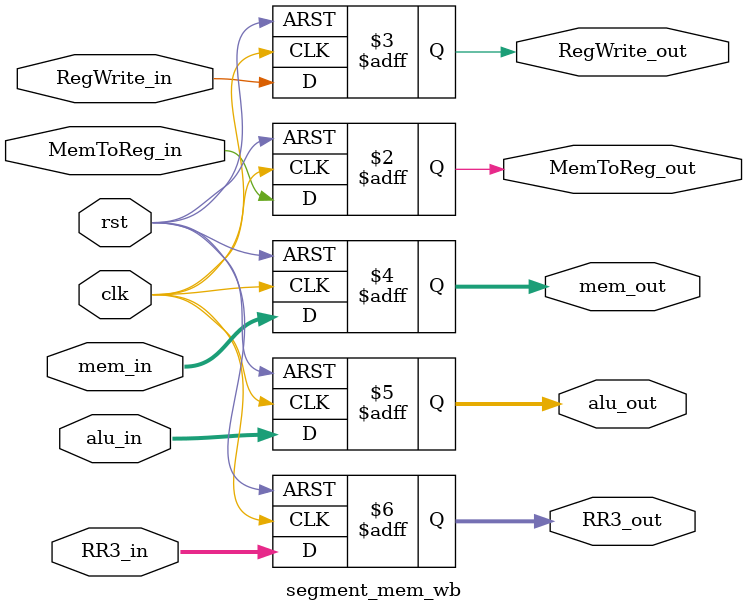
<source format=sv>
module segment_mem_wb (
    input logic clk, rst,                    // Señales de reloj y reinicio
    input logic MemToReg_in, RegWrite_in,    // Señales de control para la escritura en registro y uso de memoria
    input logic [31:0] mem_in, alu_in,       // Entradas de los resultados de memoria y ALU
    input logic [3:0] RR3_in,                // Entrada del registro fuente (RR3)
    
    output logic MemToReg_out, RegWrite_out, // Salidas de control para la escritura en registro y uso de memoria
    output logic [31:0] mem_out, alu_out,    // Salidas de los resultados de memoria y ALU
    output logic [3:0] RR3_out               // Salida del registro fuente (RR3)
);

    // Bloque secuencial activado en el flanco negativo del reloj o en el flanco positivo del reset
    always_ff @(negedge clk, posedge rst) begin
        if (rst) begin
            // Si hay un reinicio, limpiar todas las salidas
            MemToReg_out = 0;
            RegWrite_out = 0;
            mem_out = 0;
            alu_out = 0;
            RR3_out = 0;
        end
        else begin
            // Almacenar los valores de entrada en las salidas
            MemToReg_out = MemToReg_in;
            RegWrite_out = RegWrite_in;
            mem_out = mem_in;
            alu_out = alu_in;
            RR3_out = RR3_in;
        end
    end

endmodule

</source>
